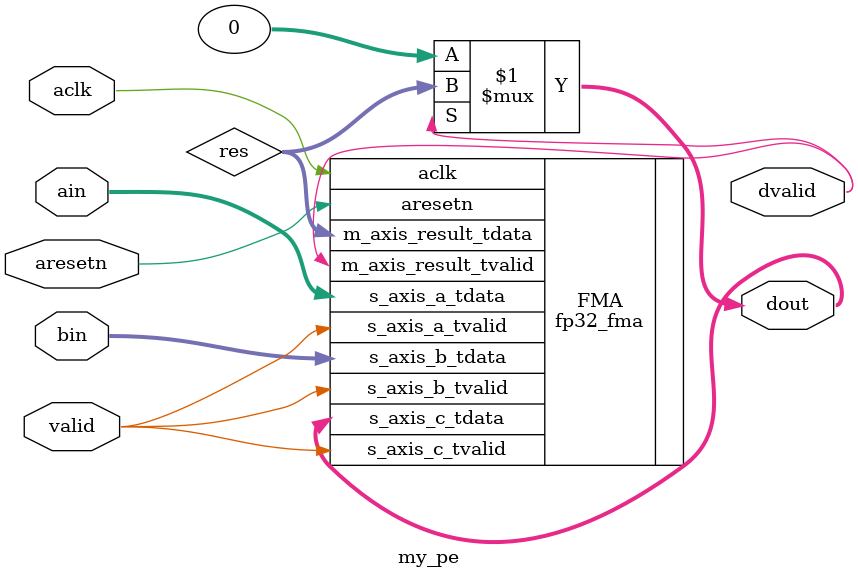
<source format=v>
module my_pe # (
    parameter integer DATA_WIDTH = 32
)(
    // clk/reset
    input aclk,
    input aresetn,
    // port A
    input [DATA_WIDTH - 1 : 0] ain,
    // port B
    input [DATA_WIDTH - 1 : 0] bin,
    // integrated valid signal
    input valid,
    // computation result
    output dvalid,
    output [DATA_WIDTH - 1 : 0] dout
);
    
    wire [DATA_WIDTH - 1 : 0] res;
    
    assign dout = dvalid ? res : 0;
    
    fp32_fma FMA (
        .s_axis_a_tdata(ain),
        .s_axis_a_tvalid(valid),
        .s_axis_b_tdata(bin),
        .s_axis_b_tvalid(valid),
        .s_axis_c_tdata(dout),
        .s_axis_c_tvalid(valid),
        .aclk(aclk),
        .aresetn(aresetn),
        .m_axis_result_tdata(res),
        .m_axis_result_tvalid(dvalid)
    );
    
endmodule

</source>
